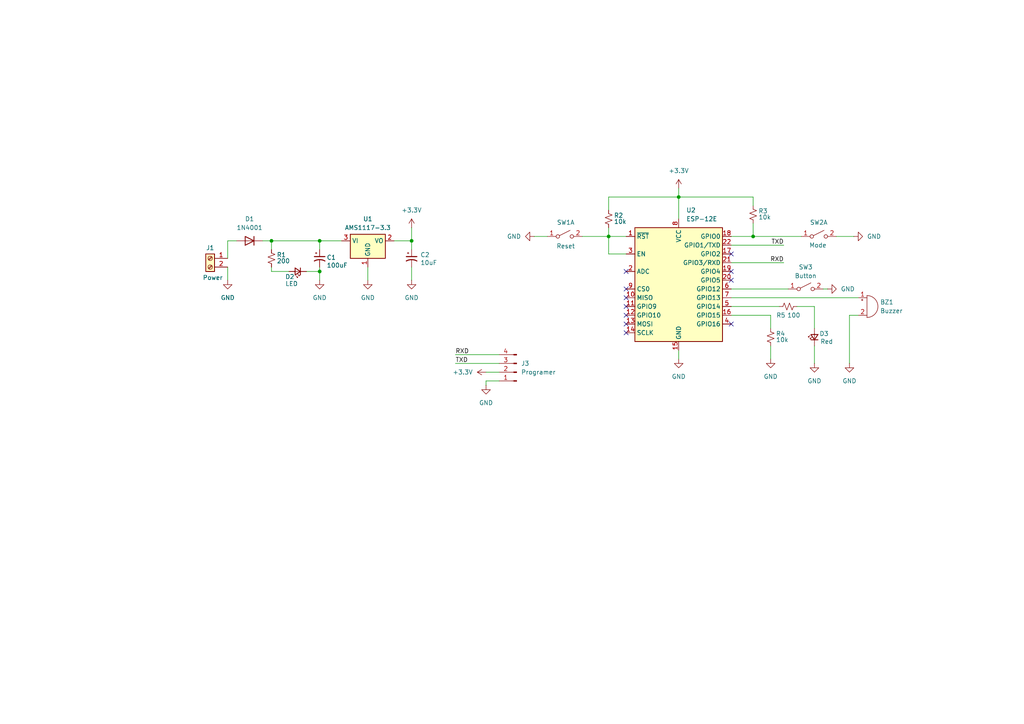
<source format=kicad_sch>
(kicad_sch (version 20231120) (generator "eeschema") (generator_version "8.0")
  (paper "A4")
  (lib_symbols
    (symbol "Connector:Conn_01x04_Pin" (pin_names (offset 1.016) hide)
      (property "Reference" "J" (at 0 5.08 0))
      (property "Value" "Conn_01x04_Pin" (at 0 -7.62 0))
      (symbol "Conn_01x04_Pin_1_1"
        (polyline (pts (xy 1.27 -5.08) (xy 0.8636 -5.08)) (stroke (width 0.1524)))
        (polyline (pts (xy 1.27 -2.54) (xy 0.8636 -2.54)) (stroke (width 0.1524)))
        (polyline (pts (xy 1.27 0) (xy 0.8636 0)) (stroke (width 0.1524)))
        (polyline (pts (xy 1.27 2.54) (xy 0.8636 2.54)) (stroke (width 0.1524)))
        (rectangle (start 0.8636 -4.953) (end 0 -5.207) (stroke (width 0.1524)) (fill (type outline)))
        (rectangle (start 0.8636 -2.413) (end 0 -2.667) (stroke (width 0.1524)) (fill (type outline)))
        (rectangle (start 0.8636 0.127) (end 0 -0.127) (stroke (width 0.1524)) (fill (type outline)))
        (rectangle (start 0.8636 2.667) (end 0 2.413) (stroke (width 0.1524)) (fill (type outline)))
        (pin passive line (at 5.08 2.54 180) (length 3.81) (name "Pin_1") (number "1"))
        (pin passive line (at 5.08 0 180) (length 3.81) (name "Pin_2") (number "2"))
        (pin passive line (at 5.08 -2.54 180) (length 3.81) (name "Pin_3") (number "3"))
        (pin passive line (at 5.08 -5.08 180) (length 3.81) (name "Pin_4") (number "4"))
      )
    )
    (symbol "Connector:Screw_Terminal_01x02" (pin_names (offset 1.016) hide)
      (property "Reference" "J" (at 0 2.54 0))
      (property "Value" "Screw_Terminal_01x02" (at 0 -5.08 0))
      (symbol "Screw_Terminal_01x02_1_1"
        (rectangle (start -1.27 1.27) (end 1.27 -3.81) (stroke (width 0.254)) (fill (type background)))
        (circle (center 0 -2.54) (radius 0.635) (stroke (width 0.1524)))
        (polyline (pts (xy -0.5334 -2.2098) (xy 0.3302 -3.048)) (stroke (width 0.1524)))
        (polyline (pts (xy -0.5334 0.3302) (xy 0.3302 -0.508)) (stroke (width 0.1524)))
        (polyline (pts (xy -0.3556 -2.032) (xy 0.508 -2.8702)) (stroke (width 0.1524)))
        (polyline (pts (xy -0.3556 0.508) (xy 0.508 -0.3302)) (stroke (width 0.1524)))
        (circle (center 0 0) (radius 0.635) (stroke (width 0.1524)))
        (pin passive line (at -5.08 0 0) (length 3.81) (name "Pin_1") (number "1"))
        (pin passive line (at -5.08 -2.54 0) (length 3.81) (name "Pin_2") (number "2"))
      )
    )
    (symbol "Device:Buzzer" (pin_names (offset 0.0254) hide)
      (property "Reference" "BZ" (at 3.81 1.27 0))
      (property "Value" "Buzzer" (at 3.81 -1.27 0))
      (symbol "Buzzer_0_1"
        (arc (start 0 -3.175) (mid 3.1612 0) (end 0 3.175))
        (polyline (pts (xy -1.651 1.905) (xy -1.143 1.905)))
        (polyline (pts (xy -1.397 2.159) (xy -1.397 1.651)))
        (polyline (pts (xy 0 3.175) (xy 0 -3.175)))
      )
      (symbol "Buzzer_1_1"
        (pin passive line (at -2.54 2.54 0) (length 2.54) (name "+") (number "1"))
        (pin passive line (at -2.54 -2.54 0) (length 2.54) (name "-") (number "2"))
      )
    )
    (symbol "Device:C_Polarized_Small_US" (pin_numbers hide) (pin_names (offset 0.254) hide)
      (property "Reference" "C" (at 0.254 1.778 0))
      (property "Value" "C_Polarized_Small_US" (at 0.254 -2.032 0))
      (symbol "C_Polarized_Small_US_0_1"
        (polyline (pts (xy -1.524 0.508) (xy 1.524 0.508)) (stroke (width 0.3048)))
        (polyline (pts (xy -1.27 1.524) (xy -0.762 1.524)))
        (polyline (pts (xy -1.016 1.27) (xy -1.016 1.778)))
        (arc (start 1.524 -0.762) (mid 0 -0.3734) (end -1.524 -0.762) (stroke (width 0.3048)))
      )
      (symbol "C_Polarized_Small_US_1_1"
        (pin passive line (at 0 2.54 270) (length 2.032) (name "~") (number "1"))
        (pin passive line (at 0 -2.54 90) (length 2.032) (name "~") (number "2"))
      )
    )
    (symbol "Device:LED_Small" (pin_numbers hide) (pin_names (offset 0.254) hide)
      (property "Reference" "D" (at -1.27 3.175 0))
      (property "Value" "LED_Small" (at -4.445 -2.54 0))
      (symbol "LED_Small_0_1"
        (polyline (pts (xy -0.762 -1.016) (xy -0.762 1.016)) (stroke (width 0.254)))
        (polyline (pts (xy 1.016 0) (xy -0.762 0)))
        (polyline (pts (xy 0.762 -1.016) (xy -0.762 0) (xy 0.762 1.016) (xy 0.762 -1.016)) (stroke (width 0.254)))
        (polyline (pts (xy 0 0.762) (xy -0.508 1.27) (xy -0.254 1.27) (xy -0.508 1.27) (xy -0.508 1.016)))
        (polyline (pts (xy 0.508 1.27) (xy 0 1.778) (xy 0.254 1.778) (xy 0 1.778) (xy 0 1.524)))
      )
      (symbol "LED_Small_1_1"
        (pin passive line (at -2.54 0 0) (length 1.778) (name "K") (number "1"))
        (pin passive line (at 2.54 0 180) (length 1.778) (name "A") (number "2"))
      )
    )
    (symbol "Device:R_Small_US" (pin_numbers hide) (pin_names (offset 0.254) hide)
      (property "Reference" "R" (at 0.762 0.508 0))
      (property "Value" "R_Small_US" (at 0.762 -1.016 0))
      (symbol "R_Small_US_1_1"
        (polyline (pts (xy 0 0) (xy 1.016 -0.381) (xy 0 -0.762) (xy -1.016 -1.143) (xy 0 -1.524)))
        (polyline (pts (xy 0 1.524) (xy 1.016 1.143) (xy 0 0.762) (xy -1.016 0.381) (xy 0 0)))
        (pin passive line (at 0 2.54 270) (length 1.016) (name "~") (number "1"))
        (pin passive line (at 0 -2.54 90) (length 1.016) (name "~") (number "2"))
      )
    )
    (symbol "Diode:1N4001" (pin_numbers hide) (pin_names hide)
      (property "Reference" "D" (at 0 2.54 0))
      (property "Value" "1N4001" (at 0 -2.54 0))
      (symbol "1N4001_0_1"
        (polyline (pts (xy -1.27 1.27) (xy -1.27 -1.27)) (stroke (width 0.254)))
        (polyline (pts (xy 1.27 0) (xy -1.27 0)))
        (polyline (pts (xy 1.27 1.27) (xy 1.27 -1.27) (xy -1.27 0) (xy 1.27 1.27)) (stroke (width 0.254)))
      )
      (symbol "1N4001_1_1"
        (pin passive line (at -3.81 0 0) (length 2.54) (name "K") (number "1"))
        (pin passive line (at 3.81 0 180) (length 2.54) (name "A") (number "2"))
      )
    )
    (symbol "RF_Module:ESP-12E"
      (property "Reference" "U" (at -12.7 19.05 0))
      (property "Value" "ESP-12E" (at 12.7 19.05 0))
      (symbol "ESP-12E_0_1"
        (rectangle (start -12.7 17.78) (end 12.7 -15.24) (stroke (width 0.254)) (fill (type background)))
      )
      (symbol "ESP-12E_1_1"
        (pin input line (at -15.24 15.24 0) (length 2.54) (name "~{RST}") (number "1"))
        (pin bidirectional line (at -15.24 -2.54 0) (length 2.54) (name "MISO") (number "10"))
        (pin bidirectional line (at -15.24 -5.08 0) (length 2.54) (name "GPIO9") (number "11"))
        (pin bidirectional line (at -15.24 -7.62 0) (length 2.54) (name "GPIO10") (number "12"))
        (pin bidirectional line (at -15.24 -10.16 0) (length 2.54) (name "MOSI") (number "13"))
        (pin bidirectional line (at -15.24 -12.7 0) (length 2.54) (name "SCLK") (number "14"))
        (pin power_in line (at 0 -17.78 90) (length 2.54) (name "GND") (number "15"))
        (pin bidirectional line (at 15.24 -7.62 180) (length 2.54) (name "GPIO15") (number "16"))
        (pin bidirectional line (at 15.24 10.16 180) (length 2.54) (name "GPIO2") (number "17"))
        (pin bidirectional line (at 15.24 15.24 180) (length 2.54) (name "GPIO0") (number "18"))
        (pin bidirectional line (at 15.24 5.08 180) (length 2.54) (name "GPIO4") (number "19"))
        (pin input line (at -15.24 5.08 0) (length 2.54) (name "ADC") (number "2"))
        (pin bidirectional line (at 15.24 2.54 180) (length 2.54) (name "GPIO5") (number "20"))
        (pin bidirectional line (at 15.24 7.62 180) (length 2.54) (name "GPIO3/RXD") (number "21"))
        (pin bidirectional line (at 15.24 12.7 180) (length 2.54) (name "GPIO1/TXD") (number "22"))
        (pin input line (at -15.24 10.16 0) (length 2.54) (name "EN") (number "3"))
        (pin bidirectional line (at 15.24 -10.16 180) (length 2.54) (name "GPIO16") (number "4"))
        (pin bidirectional line (at 15.24 -5.08 180) (length 2.54) (name "GPIO14") (number "5"))
        (pin bidirectional line (at 15.24 0 180) (length 2.54) (name "GPIO12") (number "6"))
        (pin bidirectional line (at 15.24 -2.54 180) (length 2.54) (name "GPIO13") (number "7"))
        (pin power_in line (at 0 20.32 270) (length 2.54) (name "VCC") (number "8"))
        (pin input line (at -15.24 0 0) (length 2.54) (name "CS0") (number "9"))
      )
    )
    (symbol "Regulator_Linear:AMS1117-3.3"
      (property "Reference" "U" (at -3.81 3.175 0))
      (property "Value" "AMS1117-3.3" (at 0 3.175 0))
      (symbol "AMS1117-3.3_0_1"
        (rectangle (start -5.08 -5.08) (end 5.08 1.905) (stroke (width 0.254)) (fill (type background)))
      )
      (symbol "AMS1117-3.3_1_1"
        (pin power_in line (at 0 -7.62 90) (length 2.54) (name "GND") (number "1"))
        (pin power_out line (at 7.62 0 180) (length 2.54) (name "VO") (number "2"))
        (pin power_in line (at -7.62 0 0) (length 2.54) (name "VI") (number "3"))
      )
    )
    (symbol "Switch:SW_DPST_x2" (pin_names (offset 0) hide)
      (property "Reference" "SW" (at 0 3.175 0))
      (property "Value" "SW_DPST_x2" (at 0 -2.54 0))
      (symbol "SW_DPST_x2_0_0"
        (circle (center -2.032 0) (radius 0.508))
        (polyline (pts (xy -1.524 0.254) (xy 1.524 1.778)))
        (circle (center 2.032 0) (radius 0.508))
      )
      (symbol "SW_DPST_x2_1_1"
        (pin passive line (at -5.08 0 0) (length 2.54) (name "A") (number "1"))
        (pin passive line (at 5.08 0 180) (length 2.54) (name "B") (number "2"))
      )
      (symbol "SW_DPST_x2_2_1"
        (pin passive line (at -5.08 0 0) (length 2.54) (name "A") (number "3"))
        (pin passive line (at 5.08 0 180) (length 2.54) (name "B") (number "4"))
      )
    )
    (symbol "Switch:SW_SPST" (pin_names (offset 0) hide)
      (property "Reference" "SW" (at 0 3.175 0))
      (property "Value" "SW_SPST" (at 0 -2.54 0))
      (symbol "SW_SPST_0_0"
        (circle (center -2.032 0) (radius 0.508))
        (polyline (pts (xy -1.524 0.254) (xy 1.524 1.778)))
        (circle (center 2.032 0) (radius 0.508))
      )
      (symbol "SW_SPST_1_1"
        (pin passive line (at -5.08 0 0) (length 2.54) (name "A") (number "1"))
        (pin passive line (at 5.08 0 180) (length 2.54) (name "B") (number "2"))
      )
    )
    (symbol "power:+5V" (power) (pin_numbers hide) (pin_names (offset 0) hide)
      (property "Value" "+5V" (at 0 3.556 0))
      (symbol "+5V_0_1"
        (polyline (pts (xy -0.762 1.27) (xy 0 2.54)))
        (polyline (pts (xy 0 0) (xy 0 2.54)))
        (polyline (pts (xy 0 2.54) (xy 0.762 1.27)))
      )
      (symbol "+5V_1_1"
        (pin power_in line (at 0 0 90) (length 0) (name "~") (number "1"))
      )
    )
    (symbol "power:GND" (power) (pin_numbers hide) (pin_names (offset 0) hide)
      (property "Value" "GND" (at 0 -3.81 0))
      (symbol "GND_0_1"
        (polyline (pts (xy 0 0) (xy 0 -1.27) (xy 1.27 -1.27) (xy 0 -2.54) (xy -1.27 -1.27) (xy 0 -1.27)))
      )
      (symbol "GND_1_1"
        (pin power_in line (at 0 0 270) (length 0) (name "~") (number "1"))
      )
    )
  )
  (junction (at 78.74 69.85))
  (junction (at 92.71 78.74))
  (junction (at 92.71 69.85))
  (junction (at 218.44 68.58))
  (junction (at 176.53 68.58))
  (junction (at 196.85 57.15))
  (junction (at 119.38 69.85))
  (no_connect (at 181.61 88.9))
  (no_connect (at 212.09 93.98))
  (no_connect (at 212.09 81.28))
  (no_connect (at 181.61 86.36))
  (no_connect (at 181.61 83.82))
  (no_connect (at 212.09 73.66))
  (no_connect (at 212.09 78.74))
  (no_connect (at 181.61 78.74))
  (no_connect (at 181.61 93.98))
  (no_connect (at 181.61 91.44))
  (no_connect (at 181.61 96.52))
  (wire (pts (xy 114.3 69.85) (xy 119.38 69.85)))
  (wire (pts (xy 78.74 78.74) (xy 83.82 78.74)))
  (wire (pts (xy 106.68 77.47) (xy 106.68 81.28)))
  (wire (pts (xy 236.22 88.9) (xy 236.22 95.25)))
  (wire (pts (xy 176.53 73.66) (xy 181.61 73.66)))
  (wire (pts (xy 140.97 107.95) (xy 144.78 107.95)))
  (wire (pts (xy 212.09 76.2) (xy 227.33 76.2)))
  (wire (pts (xy 246.38 91.44) (xy 246.38 105.41)))
  (wire (pts (xy 212.09 71.12) (xy 227.33 71.12)))
  (wire (pts (xy 99.06 69.85) (xy 92.71 69.85)))
  (wire (pts (xy 154.94 68.58) (xy 158.75 68.58)))
  (wire (pts (xy 92.71 69.85) (xy 78.74 69.85)))
  (wire (pts (xy 218.44 57.15) (xy 196.85 57.15)))
  (wire (pts (xy 68.58 69.85) (xy 66.04 69.85)))
  (wire (pts (xy 242.57 68.58) (xy 247.65 68.58)))
  (wire (pts (xy 88.9 78.74) (xy 92.71 78.74)))
  (wire (pts (xy 248.92 91.44) (xy 246.38 91.44)))
  (wire (pts (xy 212.09 91.44) (xy 223.52 91.44)))
  (wire (pts (xy 223.52 100.33) (xy 223.52 104.14)))
  (wire (pts (xy 218.44 68.58) (xy 232.41 68.58)))
  (wire (pts (xy 176.53 57.15) (xy 196.85 57.15)))
  (wire (pts (xy 212.09 83.82) (xy 228.6 83.82)))
  (wire (pts (xy 168.91 68.58) (xy 176.53 68.58)))
  (wire (pts (xy 212.09 88.9) (xy 226.06 88.9)))
  (wire (pts (xy 119.38 69.85) (xy 119.38 72.39)))
  (wire (pts (xy 92.71 78.74) (xy 92.71 77.47)))
  (wire (pts (xy 218.44 68.58) (xy 212.09 68.58)))
  (wire (pts (xy 132.08 105.41) (xy 144.78 105.41)))
  (wire (pts (xy 92.71 69.85) (xy 92.71 72.39)))
  (wire (pts (xy 176.53 57.15) (xy 176.53 60.96)))
  (wire (pts (xy 119.38 77.47) (xy 119.38 81.28)))
  (wire (pts (xy 196.85 101.6) (xy 196.85 104.14)))
  (wire (pts (xy 196.85 57.15) (xy 196.85 63.5)))
  (wire (pts (xy 176.53 68.58) (xy 176.53 73.66)))
  (wire (pts (xy 140.97 110.49) (xy 140.97 111.76)))
  (wire (pts (xy 66.04 69.85) (xy 66.04 74.93)))
  (wire (pts (xy 66.04 77.47) (xy 66.04 81.28)))
  (wire (pts (xy 223.52 91.44) (xy 223.52 95.25)))
  (wire (pts (xy 119.38 66.04) (xy 119.38 69.85)))
  (wire (pts (xy 78.74 77.47) (xy 78.74 78.74)))
  (wire (pts (xy 236.22 100.33) (xy 236.22 105.41)))
  (wire (pts (xy 76.2 69.85) (xy 78.74 69.85)))
  (wire (pts (xy 144.78 110.49) (xy 140.97 110.49)))
  (wire (pts (xy 218.44 64.77) (xy 218.44 68.58)))
  (wire (pts (xy 248.92 86.36) (xy 212.09 86.36)))
  (wire (pts (xy 176.53 68.58) (xy 181.61 68.58)))
  (wire (pts (xy 92.71 78.74) (xy 92.71 81.28)))
  (wire (pts (xy 238.76 83.82) (xy 240.03 83.82)))
  (wire (pts (xy 231.14 88.9) (xy 236.22 88.9)))
  (wire (pts (xy 196.85 54.61) (xy 196.85 57.15)))
  (wire (pts (xy 78.74 69.85) (xy 78.74 72.39)))
  (wire (pts (xy 176.53 66.04) (xy 176.53 68.58)))
  (wire (pts (xy 132.08 102.87) (xy 144.78 102.87)))
  (wire (pts (xy 218.44 59.69) (xy 218.44 57.15)))
  (label "TXD" (at 132.08 105.41 0))
  (label "RXD" (at 227.33 76.2 180))
  (label "TXD" (at 227.33 71.12 180))
  (label "RXD" (at 132.08 102.87 0))
  (symbol (lib_id "power:GND") (at 92.71 81.28 0) (unit 1)
    (property "Reference" "#PWR02" (effects (hide yes)))
    (property "Value" "GND" (at 92.71 86.36 0))
    (property "Description" "Power symbol creates a global label with name \"GND\" , ground" (effects (hide yes)))
  )
  (symbol (lib_id "power:GND") (at 119.38 81.28 0) (unit 1)
    (property "Reference" "#PWR07" (effects (hide yes)))
    (property "Value" "GND" (at 119.38 86.36 0))
    (property "Description" "Power symbol creates a global label with name \"GND\" , ground" (effects (hide yes)))
  )
  (symbol (lib_id "Regulator_Linear:AMS1117-3.3") (at 106.68 69.85 0) (unit 1)
    (property "Reference" "U1" (at 106.68 63.5 0))
    (property "Value" "AMS1117-3.3" (at 106.68 66.04 0))
    (property "Footprint" "Package_TO_SOT_SMD:SOT-223-3_TabPin2" (effects (hide yes)))
    (property "Datasheet" "http://www.advanced-monolithic.com/pdf/ds1117.pdf" (effects (hide yes)))
    (property "Description" "1A Low Dropout regulator, positive, 3.3V fixed output, SOT-223" (effects (hide yes)))
  )
  (symbol (lib_id "power:GND") (at 196.85 104.14 0) (unit 1)
    (property "Reference" "#PWR012" (effects (hide yes)))
    (property "Value" "GND" (at 196.85 109.22 0))
    (property "Description" "Power symbol creates a global label with name \"GND\" , ground" (effects (hide yes)))
  )
  (symbol (lib_id "Switch:SW_DPST_x2") (at 237.49 68.58 0) (unit 1)
    (property "Reference" "SW2" (at 237.49 64.516 0))
    (property "Value" "Mode" (at 237.236 71.12 0))
    (property "Footprint" "Button_Switch_THT:SW_PUSH_6mm" (effects (hide yes)))
    (property "Description" "Single Pole Single Throw (SPST) switch, separate symbol" (effects (hide yes)))
  )
  (symbol (lib_id "Diode:1N4001") (at 72.39 69.85 180) (unit 1)
    (property "Reference" "D1" (at 72.39 63.5 0))
    (property "Value" "1N4001" (at 72.39 66.04 0))
    (property "Footprint" "Diode_THT:D_DO-41_SOD81_P10.16mm_Horizontal" (effects (hide yes)))
    (property "Datasheet" "http://www.vishay.com/docs/88503/1n4001.pdf" (effects (hide yes)))
    (property "Description" "50V 1A General Purpose Rectifier Diode, DO-41" (effects (hide yes)))
    (property "Sim.Device" "D" (effects (hide yes)))
    (property "Sim.Pins" "1=K 2=A" (effects (hide yes)))
  )
  (symbol (lib_id "power:+5V") (at 196.85 54.61 0) (unit 1)
    (property "Reference" "#PWR011" (effects (hide yes)))
    (property "Value" "+3.3V" (at 196.85 49.53 0))
    (property "Description" "Power symbol creates a global label with name \"+5V\"" (effects (hide yes)))
  )
  (symbol (lib_id "Connector:Screw_Terminal_01x02") (at 60.96 74.93 0) (mirror y) (unit 1)
    (property "Reference" "J1" (at 60.96 71.882 0))
    (property "Value" "Power" (at 61.722 80.518 0))
    (property "Footprint" "TerminalBlock:TerminalBlock_bornier-2_P5.08mm" (effects (hide yes)))
    (property "Description" "Generic screw terminal, single row, 01x02, script generated (kicad-library-utils/schlib/autogen/connector/)" (effects (hide yes)))
  )
  (symbol (lib_id "RF_Module:ESP-12E") (at 196.85 83.82 0) (unit 1)
    (property "Reference" "U2" (at 199.0441 60.96 0) (effects (justify left)))
    (property "Value" "ESP-12E" (at 199.0441 63.5 0) (effects (justify left)))
    (property "Footprint" "RF_Module:ESP-12E" (effects (hide yes)))
    (property "Datasheet" "http://wiki.ai-thinker.com/_media/esp8266/esp8266_series_modules_user_manual_v1.1.pdf" (effects (hide yes)))
    (property "Description" "802.11 b/g/n Wi-Fi Module" (effects (hide yes)))
  )
  (symbol (lib_id "Device:R_Small_US") (at 218.44 62.23 0) (unit 1)
    (property "Reference" "R3" (at 219.964 61.214 0) (effects (justify left)))
    (property "Value" "10k" (at 219.964 62.992 0) (effects (justify left)))
    (property "Footprint" "Resistor_THT:R_Axial_DIN0207_L6.3mm_D2.5mm_P10.16mm_Horizontal" (effects (hide yes)))
    (property "Description" "Resistor, small US symbol" (effects (hide yes)))
  )
  (symbol (lib_id "power:GND") (at 236.22 105.41 0) (unit 1)
    (property "Reference" "#PWR014" (effects (hide yes)))
    (property "Value" "GND" (at 236.22 110.49 0))
    (property "Description" "Power symbol creates a global label with name \"GND\" , ground" (effects (hide yes)))
  )
  (symbol (lib_id "power:+5V") (at 119.38 66.04 0) (unit 1)
    (property "Reference" "#PWR06" (effects (hide yes)))
    (property "Value" "+3.3V" (at 119.38 60.96 0))
    (property "Description" "Power symbol creates a global label with name \"+5V\"" (effects (hide yes)))
  )
  (symbol (lib_id "power:GND") (at 247.65 68.58 90) (unit 1)
    (property "Reference" "#PWR015" (effects (hide yes)))
    (property "Value" "GND" (at 251.46 68.5799 90) (effects (justify right)))
    (property "Description" "Power symbol creates a global label with name \"GND\" , ground" (effects (hide yes)))
  )
  (symbol (lib_id "power:GND") (at 246.38 105.41 0) (unit 1)
    (property "Reference" "#PWR016" (effects (hide yes)))
    (property "Value" "GND" (at 246.38 110.49 0))
    (property "Description" "Power symbol creates a global label with name \"GND\" , ground" (effects (hide yes)))
  )
  (symbol (lib_id "power:+5V") (at 140.97 107.95 90) (unit 1)
    (property "Reference" "#PWR08" (effects (hide yes)))
    (property "Value" "+3.3V" (at 137.16 107.9499 90) (effects (justify left)))
    (property "Description" "Power symbol creates a global label with name \"+5V\"" (effects (hide yes)))
  )
  (symbol (lib_id "Device:R_Small_US") (at 176.53 63.5 0) (unit 1)
    (property "Reference" "R2" (at 178.054 62.484 0) (effects (justify left)))
    (property "Value" "10k" (at 178.054 64.262 0) (effects (justify left)))
    (property "Footprint" "Resistor_THT:R_Axial_DIN0207_L6.3mm_D2.5mm_P10.16mm_Horizontal" (effects (hide yes)))
    (property "Description" "Resistor, small US symbol" (effects (hide yes)))
  )
  (symbol (lib_id "power:GND") (at 66.04 81.28 0) (unit 1)
    (property "Reference" "#PWR01" (effects (hide yes)))
    (property "Value" "GND" (at 66.04 86.36 0))
    (property "Description" "Power symbol creates a global label with name \"GND\" , ground" (effects (hide yes)))
  )
  (symbol (lib_id "power:GND") (at 240.03 83.82 90) (unit 1)
    (property "Reference" "#PWR03" (effects (hide yes)))
    (property "Value" "GND" (at 243.84 83.8199 90) (effects (justify right)))
    (property "Description" "Power symbol creates a global label with name \"GND\" , ground" (effects (hide yes)))
  )
  (symbol (lib_id "Switch:SW_SPST") (at 233.68 83.82 0) (unit 1)
    (property "Reference" "SW3" (at 233.68 77.47 0))
    (property "Value" "Button" (at 233.68 80.01 0))
    (property "Footprint" "Connector_PinHeader_2.54mm:PinHeader_1x02_P2.54mm_Vertical" (effects (hide yes)))
    (property "Description" "Single Pole Single Throw (SPST) switch" (effects (hide yes)))
  )
  (symbol (lib_id "Device:R_Small_US") (at 78.74 74.93 0) (unit 1)
    (property "Reference" "R1" (at 80.264 73.914 0) (effects (justify left)))
    (property "Value" "200" (at 80.264 75.692 0) (effects (justify left)))
    (property "Footprint" "Resistor_THT:R_Axial_DIN0207_L6.3mm_D2.5mm_P10.16mm_Horizontal" (effects (hide yes)))
    (property "Description" "Resistor, small US symbol" (effects (hide yes)))
  )
  (symbol (lib_id "power:GND") (at 223.52 104.14 0) (unit 1)
    (property "Reference" "#PWR013" (effects (hide yes)))
    (property "Value" "GND" (at 223.52 109.22 0))
    (property "Description" "Power symbol creates a global label with name \"GND\" , ground" (effects (hide yes)))
  )
  (symbol (lib_id "Device:C_Polarized_Small_US") (at 119.38 74.93 0) (unit 1)
    (property "Reference" "C2" (at 121.92 73.914 0) (effects (justify left)))
    (property "Value" "10uF" (at 121.92 76.2 0) (effects (justify left)))
    (property "Footprint" "Capacitor_THT:CP_Radial_D4.0mm_P2.00mm" (effects (hide yes)))
    (property "Description" "Polarized capacitor, small US symbol" (effects (hide yes)))
  )
  (symbol (lib_id "Device:R_Small_US") (at 228.6 88.9 90) (unit 1)
    (property "Reference" "R5" (at 227.838 91.44 90) (effects (justify left)))
    (property "Value" "100" (at 232.156 91.44 90) (effects (justify left)))
    (property "Footprint" "Resistor_THT:R_Axial_DIN0207_L6.3mm_D2.5mm_P10.16mm_Horizontal" (effects (hide yes)))
    (property "Description" "Resistor, small US symbol" (effects (hide yes)))
  )
  (symbol (lib_id "Device:C_Polarized_Small_US") (at 92.71 74.93 0) (unit 1)
    (property "Reference" "C1" (at 94.742 74.676 0) (effects (justify left)))
    (property "Value" "100uF" (at 94.742 76.962 0) (effects (justify left)))
    (property "Footprint" "Capacitor_THT:CP_Radial_D4.0mm_P2.00mm" (effects (hide yes)))
    (property "Description" "Polarized capacitor, small US symbol" (effects (hide yes)))
  )
  (symbol (lib_id "power:GND") (at 140.97 111.76 0) (unit 1)
    (property "Reference" "#PWR09" (effects (hide yes)))
    (property "Value" "GND" (at 140.97 116.84 0))
    (property "Description" "Power symbol creates a global label with name \"GND\" , ground" (effects (hide yes)))
  )
  (symbol (lib_id "power:GND") (at 154.94 68.58 270) (unit 1)
    (property "Reference" "#PWR010" (effects (hide yes)))
    (property "Value" "GND" (at 151.13 68.5799 90) (effects (justify right)))
    (property "Description" "Power symbol creates a global label with name \"GND\" , ground" (effects (hide yes)))
  )
  (symbol (lib_id "power:GND") (at 106.68 81.28 0) (unit 1)
    (property "Reference" "#PWR05" (effects (hide yes)))
    (property "Value" "GND" (at 106.68 86.36 0))
    (property "Description" "Power symbol creates a global label with name \"GND\" , ground" (effects (hide yes)))
  )
  (symbol (lib_id "Device:LED_Small") (at 236.22 97.79 90) (unit 1)
    (property "Reference" "D3" (at 239.014 96.774 90))
    (property "Value" "Red" (at 239.776 99.06 90))
    (property "Footprint" "LED_THT:LED_D3.0mm_Clear" (effects (hide yes)))
    (property "Description" "Light emitting diode, small symbol" (effects (hide yes)))
  )
  (symbol (lib_id "Device:LED_Small") (at 86.36 78.74 180) (unit 1)
    (property "Reference" "D2" (at 84.074 80.264 0))
    (property "Value" "LED" (at 84.582 82.296 0))
    (property "Footprint" "LED_THT:LED_D3.0mm_Clear" (effects (hide yes)))
    (property "Description" "Light emitting diode, small symbol" (effects (hide yes)))
  )
  (symbol (lib_id "Switch:SW_DPST_x2") (at 163.83 68.58 0) (unit 1)
    (property "Reference" "SW1" (at 164.084 64.516 0))
    (property "Value" "Reset" (at 164.084 71.374 0))
    (property "Footprint" "Button_Switch_THT:SW_PUSH_6mm" (effects (hide yes)))
    (property "Description" "Single Pole Single Throw (SPST) switch, separate symbol" (effects (hide yes)))
  )
  (symbol (lib_id "Device:Buzzer") (at 251.46 88.9 0) (unit 1)
    (property "Reference" "BZ1" (at 255.27 87.6299 0) (effects (justify left)))
    (property "Value" "Buzzer" (at 255.27 90.1699 0) (effects (justify left)))
    (property "Footprint" "Buzzer_Beeper:Buzzer_15x7.5RM7.6" (effects (hide yes)))
    (property "Description" "Buzzer, polarized" (effects (hide yes)))
  )
  (symbol (lib_id "Device:R_Small_US") (at 223.52 97.79 0) (unit 1)
    (property "Reference" "R4" (at 225.044 96.774 0) (effects (justify left)))
    (property "Value" "10k" (at 225.044 98.552 0) (effects (justify left)))
    (property "Footprint" "Resistor_THT:R_Axial_DIN0207_L6.3mm_D2.5mm_P10.16mm_Horizontal" (effects (hide yes)))
    (property "Description" "Resistor, small US symbol" (effects (hide yes)))
  )
  (symbol (lib_id "Connector:Conn_01x04_Pin") (at 149.86 107.95 180) (unit 1)
    (property "Reference" "J3" (at 151.13 105.4099 0) (effects (justify right)))
    (property "Value" "Programer" (at 151.13 107.9499 0) (effects (justify right)))
    (property "Footprint" "Connector_PinHeader_2.54mm:PinHeader_1x04_P2.54mm_Vertical" (effects (hide yes)))
    (property "Description" "Generic connector, single row, 01x04, script generated" (effects (hide yes)))
  )
)
</source>
